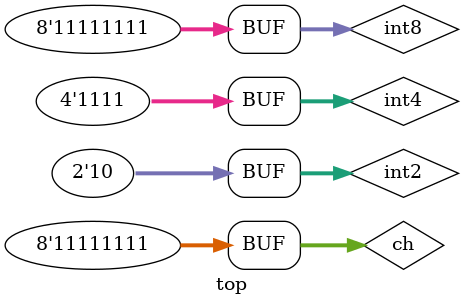
<source format=v>
/* Generated by Yosys 0.56+171 (git sha1 6fdcdd41d, g++ 11.4.0-1ubuntu1~22.04.2 -Og -fPIC) */

(* keep =  1  *)
(* src = "dut.sv:1.1-19.10" *)
(* top =  1  *)
module top();
  (* keep = 32'd1 *)
  (* src = "dut.sv:11.20-11.22" *)
  (* wiretype = "\\char_t" *)
  wire [7:0] ch;
  (* keep = 32'd1 *)
  (* src = "dut.sv:8.21-8.25" *)
  (* wiretype = "\\uint2_t" *)
  wire [1:0] int2;
  (* keep = 32'd1 *)
  (* src = "dut.sv:9.20-9.24" *)
  (* wiretype = "\\int4_t" *)
  wire [3:0] int4;
  (* keep = 32'd1 *)
  (* src = "dut.sv:10.20-10.24" *)
  (* wiretype = "\\int8_t" *)
  wire [7:0] int8;
  (* src = "dut.sv:15.12-15.36" *)
  \$check  #(
    .ARGS_WIDTH(32'd0),
    .FLAVOR("assert"),
    .FORMAT(),
    .PRIORITY(32'd4294967295),
    .TRG_ENABLE(32'd0),
    .TRG_POLARITY(),
    .TRG_WIDTH(32'd0)
  ) _0_ (
    .A(1'h1),
    .ARGS(),
    .EN(1'h1),
    .TRG()
  );
  assign ch = 8'hff;
  assign int2 = 2'h2;
  assign int4 = 4'hf;
  assign int8 = 8'hff;
endmodule

</source>
